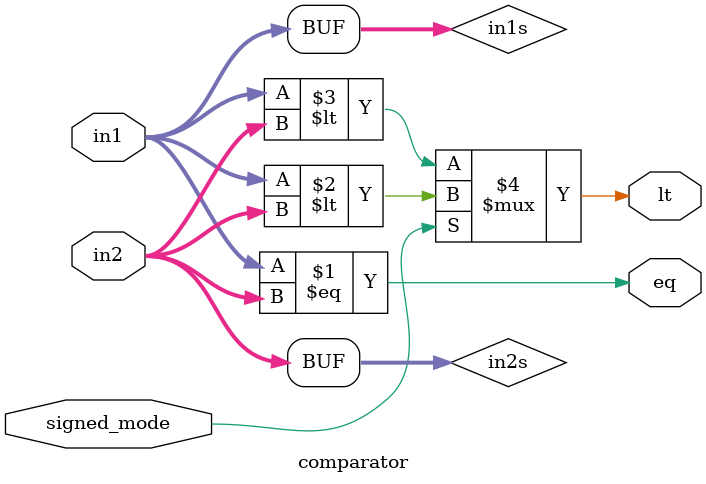
<source format=v>
module comparator(
    input wire [15:0] in1,
    input wire [15:0] in2,
    input wire signed_mode,
    output wire eq,
    output wire lt);

wire signed [15:0] in1s = in1;
wire signed [15:0] in2s = in2;

assign eq = in1 == in2;

assign lt = signed_mode ?
                in1s < in2s :
                in1 < in2;

endmodule // comparator

</source>
